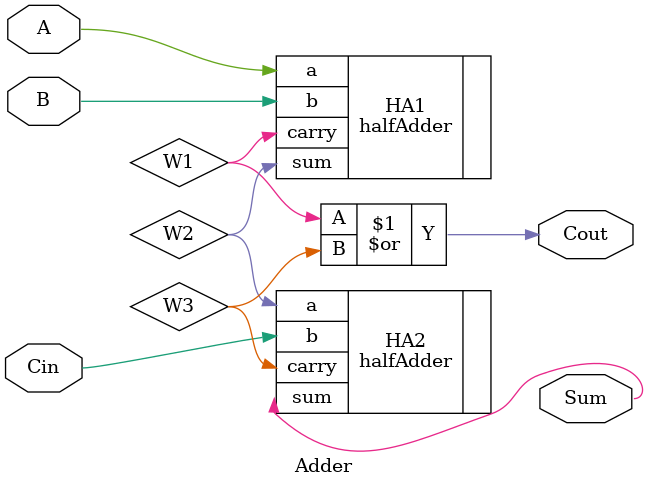
<source format=v>
`timescale 1ns / 1ps

module Adder(A,B,Cin,Sum,Cout);
  //assigning input parameters pin
  input A,B,Cin;
  //assigning output parameters pin
  output Sum,Cout;
  //assigning wires (inside our model)
  wire W1,W2,W3;

  //Implementing our model of full Adder
  halfAdder HA1(.a(A),.b(B),.sum(W2),.carry(W1)); 
  halfAdder HA2(.a(W2),.b(Cin),.sum(Sum),.carry(W3)); 
  or(Cout,W1,W3);

endmodule

</source>
